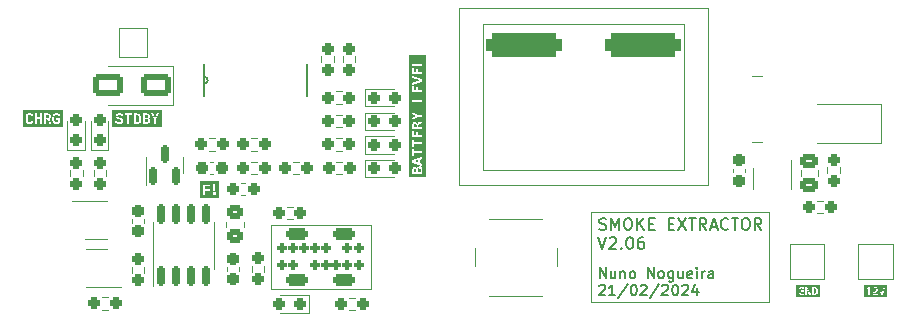
<source format=gbr>
%TF.GenerationSoftware,KiCad,Pcbnew,7.0.6-0*%
%TF.CreationDate,2024-02-21T20:03:51+01:00*%
%TF.ProjectId,smoke_extractorV1_1,736d6f6b-655f-4657-9874-726163746f72,rev?*%
%TF.SameCoordinates,Original*%
%TF.FileFunction,Legend,Top*%
%TF.FilePolarity,Positive*%
%FSLAX46Y46*%
G04 Gerber Fmt 4.6, Leading zero omitted, Abs format (unit mm)*
G04 Created by KiCad (PCBNEW 7.0.6-0) date 2024-02-21 20:03:51*
%MOMM*%
%LPD*%
G01*
G04 APERTURE LIST*
G04 Aperture macros list*
%AMRoundRect*
0 Rectangle with rounded corners*
0 $1 Rounding radius*
0 $2 $3 $4 $5 $6 $7 $8 $9 X,Y pos of 4 corners*
0 Add a 4 corners polygon primitive as box body*
4,1,4,$2,$3,$4,$5,$6,$7,$8,$9,$2,$3,0*
0 Add four circle primitives for the rounded corners*
1,1,$1+$1,$2,$3*
1,1,$1+$1,$4,$5*
1,1,$1+$1,$6,$7*
1,1,$1+$1,$8,$9*
0 Add four rect primitives between the rounded corners*
20,1,$1+$1,$2,$3,$4,$5,0*
20,1,$1+$1,$4,$5,$6,$7,0*
20,1,$1+$1,$6,$7,$8,$9,0*
20,1,$1+$1,$8,$9,$2,$3,0*%
G04 Aperture macros list end*
%ADD10C,0.120000*%
%ADD11C,0.150000*%
%ADD12C,0.152400*%
%ADD13RoundRect,0.250000X1.000000X0.650000X-1.000000X0.650000X-1.000000X-0.650000X1.000000X-0.650000X0*%
%ADD14RoundRect,0.237500X0.250000X0.237500X-0.250000X0.237500X-0.250000X-0.237500X0.250000X-0.237500X0*%
%ADD15RoundRect,0.237500X0.237500X-0.250000X0.237500X0.250000X-0.237500X0.250000X-0.237500X-0.250000X0*%
%ADD16RoundRect,0.200000X-0.200000X-0.200000X0.200000X-0.200000X0.200000X0.200000X-0.200000X0.200000X0*%
%ADD17RoundRect,0.250000X-0.700000X-0.250000X0.700000X-0.250000X0.700000X0.250000X-0.700000X0.250000X0*%
%ADD18RoundRect,0.237500X0.300000X0.237500X-0.300000X0.237500X-0.300000X-0.237500X0.300000X-0.237500X0*%
%ADD19R,2.000000X2.000000*%
%ADD20RoundRect,0.250000X-0.475000X0.337500X-0.475000X-0.337500X0.475000X-0.337500X0.475000X0.337500X0*%
%ADD21C,5.700000*%
%ADD22RoundRect,0.237500X-0.237500X0.300000X-0.237500X-0.300000X0.237500X-0.300000X0.237500X0.300000X0*%
%ADD23R,2.500000X1.800000*%
%ADD24RoundRect,0.237500X-0.287500X-0.237500X0.287500X-0.237500X0.287500X0.237500X-0.287500X0.237500X0*%
%ADD25RoundRect,0.237500X0.287500X0.237500X-0.287500X0.237500X-0.287500X-0.237500X0.287500X-0.237500X0*%
%ADD26RoundRect,0.237500X0.237500X-0.287500X0.237500X0.287500X-0.237500X0.287500X-0.237500X-0.287500X0*%
%ADD27R,0.650000X1.560000*%
%ADD28R,1.560000X0.650000*%
%ADD29RoundRect,0.150000X0.150000X-0.587500X0.150000X0.587500X-0.150000X0.587500X-0.150000X-0.587500X0*%
%ADD30RoundRect,0.250000X-0.450000X0.350000X-0.450000X-0.350000X0.450000X-0.350000X0.450000X0.350000X0*%
%ADD31RoundRect,0.237500X0.237500X-0.300000X0.237500X0.300000X-0.237500X0.300000X-0.237500X-0.300000X0*%
%ADD32RoundRect,0.237500X-0.250000X-0.237500X0.250000X-0.237500X0.250000X0.237500X-0.250000X0.237500X0*%
%ADD33RoundRect,0.500000X-2.750000X-0.500000X2.750000X-0.500000X2.750000X0.500000X-2.750000X0.500000X0*%
%ADD34RoundRect,0.237500X-0.237500X0.250000X-0.237500X-0.250000X0.237500X-0.250000X0.237500X0.250000X0*%
%ADD35RoundRect,0.150000X0.150000X-0.675000X0.150000X0.675000X-0.150000X0.675000X-0.150000X-0.675000X0*%
%ADD36C,2.000000*%
%ADD37R,0.508000X1.981200*%
%ADD38R,2.150000X5.500000*%
%ADD39R,2.500000X2.500000*%
%ADD40R,1.500000X3.000000*%
G04 APERTURE END LIST*
D10*
X115748117Y-85579058D02*
X130810000Y-85579058D01*
X130810000Y-93240941D01*
X115748117Y-93240941D01*
X115748117Y-85579058D01*
D11*
X116442969Y-91213057D02*
X116442969Y-90313057D01*
X116442969Y-90313057D02*
X116957255Y-91213057D01*
X116957255Y-91213057D02*
X116957255Y-90313057D01*
X117771541Y-90613057D02*
X117771541Y-91213057D01*
X117385826Y-90613057D02*
X117385826Y-91084485D01*
X117385826Y-91084485D02*
X117428683Y-91170200D01*
X117428683Y-91170200D02*
X117514398Y-91213057D01*
X117514398Y-91213057D02*
X117642969Y-91213057D01*
X117642969Y-91213057D02*
X117728683Y-91170200D01*
X117728683Y-91170200D02*
X117771541Y-91127342D01*
X118200112Y-90613057D02*
X118200112Y-91213057D01*
X118200112Y-90698771D02*
X118242969Y-90655914D01*
X118242969Y-90655914D02*
X118328684Y-90613057D01*
X118328684Y-90613057D02*
X118457255Y-90613057D01*
X118457255Y-90613057D02*
X118542969Y-90655914D01*
X118542969Y-90655914D02*
X118585827Y-90741628D01*
X118585827Y-90741628D02*
X118585827Y-91213057D01*
X119142970Y-91213057D02*
X119057255Y-91170200D01*
X119057255Y-91170200D02*
X119014398Y-91127342D01*
X119014398Y-91127342D02*
X118971541Y-91041628D01*
X118971541Y-91041628D02*
X118971541Y-90784485D01*
X118971541Y-90784485D02*
X119014398Y-90698771D01*
X119014398Y-90698771D02*
X119057255Y-90655914D01*
X119057255Y-90655914D02*
X119142970Y-90613057D01*
X119142970Y-90613057D02*
X119271541Y-90613057D01*
X119271541Y-90613057D02*
X119357255Y-90655914D01*
X119357255Y-90655914D02*
X119400113Y-90698771D01*
X119400113Y-90698771D02*
X119442970Y-90784485D01*
X119442970Y-90784485D02*
X119442970Y-91041628D01*
X119442970Y-91041628D02*
X119400113Y-91127342D01*
X119400113Y-91127342D02*
X119357255Y-91170200D01*
X119357255Y-91170200D02*
X119271541Y-91213057D01*
X119271541Y-91213057D02*
X119142970Y-91213057D01*
X120514398Y-91213057D02*
X120514398Y-90313057D01*
X120514398Y-90313057D02*
X121028684Y-91213057D01*
X121028684Y-91213057D02*
X121028684Y-90313057D01*
X121585827Y-91213057D02*
X121500112Y-91170200D01*
X121500112Y-91170200D02*
X121457255Y-91127342D01*
X121457255Y-91127342D02*
X121414398Y-91041628D01*
X121414398Y-91041628D02*
X121414398Y-90784485D01*
X121414398Y-90784485D02*
X121457255Y-90698771D01*
X121457255Y-90698771D02*
X121500112Y-90655914D01*
X121500112Y-90655914D02*
X121585827Y-90613057D01*
X121585827Y-90613057D02*
X121714398Y-90613057D01*
X121714398Y-90613057D02*
X121800112Y-90655914D01*
X121800112Y-90655914D02*
X121842970Y-90698771D01*
X121842970Y-90698771D02*
X121885827Y-90784485D01*
X121885827Y-90784485D02*
X121885827Y-91041628D01*
X121885827Y-91041628D02*
X121842970Y-91127342D01*
X121842970Y-91127342D02*
X121800112Y-91170200D01*
X121800112Y-91170200D02*
X121714398Y-91213057D01*
X121714398Y-91213057D02*
X121585827Y-91213057D01*
X122657256Y-90613057D02*
X122657256Y-91341628D01*
X122657256Y-91341628D02*
X122614398Y-91427342D01*
X122614398Y-91427342D02*
X122571541Y-91470200D01*
X122571541Y-91470200D02*
X122485827Y-91513057D01*
X122485827Y-91513057D02*
X122357256Y-91513057D01*
X122357256Y-91513057D02*
X122271541Y-91470200D01*
X122657256Y-91170200D02*
X122571541Y-91213057D01*
X122571541Y-91213057D02*
X122400113Y-91213057D01*
X122400113Y-91213057D02*
X122314398Y-91170200D01*
X122314398Y-91170200D02*
X122271541Y-91127342D01*
X122271541Y-91127342D02*
X122228684Y-91041628D01*
X122228684Y-91041628D02*
X122228684Y-90784485D01*
X122228684Y-90784485D02*
X122271541Y-90698771D01*
X122271541Y-90698771D02*
X122314398Y-90655914D01*
X122314398Y-90655914D02*
X122400113Y-90613057D01*
X122400113Y-90613057D02*
X122571541Y-90613057D01*
X122571541Y-90613057D02*
X122657256Y-90655914D01*
X123471542Y-90613057D02*
X123471542Y-91213057D01*
X123085827Y-90613057D02*
X123085827Y-91084485D01*
X123085827Y-91084485D02*
X123128684Y-91170200D01*
X123128684Y-91170200D02*
X123214399Y-91213057D01*
X123214399Y-91213057D02*
X123342970Y-91213057D01*
X123342970Y-91213057D02*
X123428684Y-91170200D01*
X123428684Y-91170200D02*
X123471542Y-91127342D01*
X124242970Y-91170200D02*
X124157256Y-91213057D01*
X124157256Y-91213057D02*
X123985828Y-91213057D01*
X123985828Y-91213057D02*
X123900113Y-91170200D01*
X123900113Y-91170200D02*
X123857256Y-91084485D01*
X123857256Y-91084485D02*
X123857256Y-90741628D01*
X123857256Y-90741628D02*
X123900113Y-90655914D01*
X123900113Y-90655914D02*
X123985828Y-90613057D01*
X123985828Y-90613057D02*
X124157256Y-90613057D01*
X124157256Y-90613057D02*
X124242970Y-90655914D01*
X124242970Y-90655914D02*
X124285828Y-90741628D01*
X124285828Y-90741628D02*
X124285828Y-90827342D01*
X124285828Y-90827342D02*
X123857256Y-90913057D01*
X124671542Y-91213057D02*
X124671542Y-90613057D01*
X124671542Y-90313057D02*
X124628685Y-90355914D01*
X124628685Y-90355914D02*
X124671542Y-90398771D01*
X124671542Y-90398771D02*
X124714399Y-90355914D01*
X124714399Y-90355914D02*
X124671542Y-90313057D01*
X124671542Y-90313057D02*
X124671542Y-90398771D01*
X125100113Y-91213057D02*
X125100113Y-90613057D01*
X125100113Y-90784485D02*
X125142970Y-90698771D01*
X125142970Y-90698771D02*
X125185828Y-90655914D01*
X125185828Y-90655914D02*
X125271542Y-90613057D01*
X125271542Y-90613057D02*
X125357256Y-90613057D01*
X126042971Y-91213057D02*
X126042971Y-90741628D01*
X126042971Y-90741628D02*
X126000113Y-90655914D01*
X126000113Y-90655914D02*
X125914399Y-90613057D01*
X125914399Y-90613057D02*
X125742971Y-90613057D01*
X125742971Y-90613057D02*
X125657256Y-90655914D01*
X126042971Y-91170200D02*
X125957256Y-91213057D01*
X125957256Y-91213057D02*
X125742971Y-91213057D01*
X125742971Y-91213057D02*
X125657256Y-91170200D01*
X125657256Y-91170200D02*
X125614399Y-91084485D01*
X125614399Y-91084485D02*
X125614399Y-90998771D01*
X125614399Y-90998771D02*
X125657256Y-90913057D01*
X125657256Y-90913057D02*
X125742971Y-90870200D01*
X125742971Y-90870200D02*
X125957256Y-90870200D01*
X125957256Y-90870200D02*
X126042971Y-90827342D01*
X116400112Y-91847771D02*
X116442969Y-91804914D01*
X116442969Y-91804914D02*
X116528684Y-91762057D01*
X116528684Y-91762057D02*
X116742969Y-91762057D01*
X116742969Y-91762057D02*
X116828684Y-91804914D01*
X116828684Y-91804914D02*
X116871541Y-91847771D01*
X116871541Y-91847771D02*
X116914398Y-91933485D01*
X116914398Y-91933485D02*
X116914398Y-92019200D01*
X116914398Y-92019200D02*
X116871541Y-92147771D01*
X116871541Y-92147771D02*
X116357255Y-92662057D01*
X116357255Y-92662057D02*
X116914398Y-92662057D01*
X117771541Y-92662057D02*
X117257255Y-92662057D01*
X117514398Y-92662057D02*
X117514398Y-91762057D01*
X117514398Y-91762057D02*
X117428684Y-91890628D01*
X117428684Y-91890628D02*
X117342969Y-91976342D01*
X117342969Y-91976342D02*
X117257255Y-92019200D01*
X118800112Y-91719200D02*
X118028684Y-92876342D01*
X119271541Y-91762057D02*
X119357255Y-91762057D01*
X119357255Y-91762057D02*
X119442969Y-91804914D01*
X119442969Y-91804914D02*
X119485827Y-91847771D01*
X119485827Y-91847771D02*
X119528684Y-91933485D01*
X119528684Y-91933485D02*
X119571541Y-92104914D01*
X119571541Y-92104914D02*
X119571541Y-92319200D01*
X119571541Y-92319200D02*
X119528684Y-92490628D01*
X119528684Y-92490628D02*
X119485827Y-92576342D01*
X119485827Y-92576342D02*
X119442969Y-92619200D01*
X119442969Y-92619200D02*
X119357255Y-92662057D01*
X119357255Y-92662057D02*
X119271541Y-92662057D01*
X119271541Y-92662057D02*
X119185827Y-92619200D01*
X119185827Y-92619200D02*
X119142969Y-92576342D01*
X119142969Y-92576342D02*
X119100112Y-92490628D01*
X119100112Y-92490628D02*
X119057255Y-92319200D01*
X119057255Y-92319200D02*
X119057255Y-92104914D01*
X119057255Y-92104914D02*
X119100112Y-91933485D01*
X119100112Y-91933485D02*
X119142969Y-91847771D01*
X119142969Y-91847771D02*
X119185827Y-91804914D01*
X119185827Y-91804914D02*
X119271541Y-91762057D01*
X119914398Y-91847771D02*
X119957255Y-91804914D01*
X119957255Y-91804914D02*
X120042970Y-91762057D01*
X120042970Y-91762057D02*
X120257255Y-91762057D01*
X120257255Y-91762057D02*
X120342970Y-91804914D01*
X120342970Y-91804914D02*
X120385827Y-91847771D01*
X120385827Y-91847771D02*
X120428684Y-91933485D01*
X120428684Y-91933485D02*
X120428684Y-92019200D01*
X120428684Y-92019200D02*
X120385827Y-92147771D01*
X120385827Y-92147771D02*
X119871541Y-92662057D01*
X119871541Y-92662057D02*
X120428684Y-92662057D01*
X121457255Y-91719200D02*
X120685827Y-92876342D01*
X121714398Y-91847771D02*
X121757255Y-91804914D01*
X121757255Y-91804914D02*
X121842970Y-91762057D01*
X121842970Y-91762057D02*
X122057255Y-91762057D01*
X122057255Y-91762057D02*
X122142970Y-91804914D01*
X122142970Y-91804914D02*
X122185827Y-91847771D01*
X122185827Y-91847771D02*
X122228684Y-91933485D01*
X122228684Y-91933485D02*
X122228684Y-92019200D01*
X122228684Y-92019200D02*
X122185827Y-92147771D01*
X122185827Y-92147771D02*
X121671541Y-92662057D01*
X121671541Y-92662057D02*
X122228684Y-92662057D01*
X122785827Y-91762057D02*
X122871541Y-91762057D01*
X122871541Y-91762057D02*
X122957255Y-91804914D01*
X122957255Y-91804914D02*
X123000113Y-91847771D01*
X123000113Y-91847771D02*
X123042970Y-91933485D01*
X123042970Y-91933485D02*
X123085827Y-92104914D01*
X123085827Y-92104914D02*
X123085827Y-92319200D01*
X123085827Y-92319200D02*
X123042970Y-92490628D01*
X123042970Y-92490628D02*
X123000113Y-92576342D01*
X123000113Y-92576342D02*
X122957255Y-92619200D01*
X122957255Y-92619200D02*
X122871541Y-92662057D01*
X122871541Y-92662057D02*
X122785827Y-92662057D01*
X122785827Y-92662057D02*
X122700113Y-92619200D01*
X122700113Y-92619200D02*
X122657255Y-92576342D01*
X122657255Y-92576342D02*
X122614398Y-92490628D01*
X122614398Y-92490628D02*
X122571541Y-92319200D01*
X122571541Y-92319200D02*
X122571541Y-92104914D01*
X122571541Y-92104914D02*
X122614398Y-91933485D01*
X122614398Y-91933485D02*
X122657255Y-91847771D01*
X122657255Y-91847771D02*
X122700113Y-91804914D01*
X122700113Y-91804914D02*
X122785827Y-91762057D01*
X123428684Y-91847771D02*
X123471541Y-91804914D01*
X123471541Y-91804914D02*
X123557256Y-91762057D01*
X123557256Y-91762057D02*
X123771541Y-91762057D01*
X123771541Y-91762057D02*
X123857256Y-91804914D01*
X123857256Y-91804914D02*
X123900113Y-91847771D01*
X123900113Y-91847771D02*
X123942970Y-91933485D01*
X123942970Y-91933485D02*
X123942970Y-92019200D01*
X123942970Y-92019200D02*
X123900113Y-92147771D01*
X123900113Y-92147771D02*
X123385827Y-92662057D01*
X123385827Y-92662057D02*
X123942970Y-92662057D01*
X124714399Y-92062057D02*
X124714399Y-92662057D01*
X124500113Y-91719200D02*
X124285827Y-92362057D01*
X124285827Y-92362057D02*
X124842970Y-92362057D01*
X116419160Y-87092200D02*
X116562017Y-87139819D01*
X116562017Y-87139819D02*
X116800112Y-87139819D01*
X116800112Y-87139819D02*
X116895350Y-87092200D01*
X116895350Y-87092200D02*
X116942969Y-87044580D01*
X116942969Y-87044580D02*
X116990588Y-86949342D01*
X116990588Y-86949342D02*
X116990588Y-86854104D01*
X116990588Y-86854104D02*
X116942969Y-86758866D01*
X116942969Y-86758866D02*
X116895350Y-86711247D01*
X116895350Y-86711247D02*
X116800112Y-86663628D01*
X116800112Y-86663628D02*
X116609636Y-86616009D01*
X116609636Y-86616009D02*
X116514398Y-86568390D01*
X116514398Y-86568390D02*
X116466779Y-86520771D01*
X116466779Y-86520771D02*
X116419160Y-86425533D01*
X116419160Y-86425533D02*
X116419160Y-86330295D01*
X116419160Y-86330295D02*
X116466779Y-86235057D01*
X116466779Y-86235057D02*
X116514398Y-86187438D01*
X116514398Y-86187438D02*
X116609636Y-86139819D01*
X116609636Y-86139819D02*
X116847731Y-86139819D01*
X116847731Y-86139819D02*
X116990588Y-86187438D01*
X117419160Y-87139819D02*
X117419160Y-86139819D01*
X117419160Y-86139819D02*
X117752493Y-86854104D01*
X117752493Y-86854104D02*
X118085826Y-86139819D01*
X118085826Y-86139819D02*
X118085826Y-87139819D01*
X118752493Y-86139819D02*
X118942969Y-86139819D01*
X118942969Y-86139819D02*
X119038207Y-86187438D01*
X119038207Y-86187438D02*
X119133445Y-86282676D01*
X119133445Y-86282676D02*
X119181064Y-86473152D01*
X119181064Y-86473152D02*
X119181064Y-86806485D01*
X119181064Y-86806485D02*
X119133445Y-86996961D01*
X119133445Y-86996961D02*
X119038207Y-87092200D01*
X119038207Y-87092200D02*
X118942969Y-87139819D01*
X118942969Y-87139819D02*
X118752493Y-87139819D01*
X118752493Y-87139819D02*
X118657255Y-87092200D01*
X118657255Y-87092200D02*
X118562017Y-86996961D01*
X118562017Y-86996961D02*
X118514398Y-86806485D01*
X118514398Y-86806485D02*
X118514398Y-86473152D01*
X118514398Y-86473152D02*
X118562017Y-86282676D01*
X118562017Y-86282676D02*
X118657255Y-86187438D01*
X118657255Y-86187438D02*
X118752493Y-86139819D01*
X119609636Y-87139819D02*
X119609636Y-86139819D01*
X120181064Y-87139819D02*
X119752493Y-86568390D01*
X120181064Y-86139819D02*
X119609636Y-86711247D01*
X120609636Y-86616009D02*
X120942969Y-86616009D01*
X121085826Y-87139819D02*
X120609636Y-87139819D01*
X120609636Y-87139819D02*
X120609636Y-86139819D01*
X120609636Y-86139819D02*
X121085826Y-86139819D01*
X122276303Y-86616009D02*
X122609636Y-86616009D01*
X122752493Y-87139819D02*
X122276303Y-87139819D01*
X122276303Y-87139819D02*
X122276303Y-86139819D01*
X122276303Y-86139819D02*
X122752493Y-86139819D01*
X123085827Y-86139819D02*
X123752493Y-87139819D01*
X123752493Y-86139819D02*
X123085827Y-87139819D01*
X123990589Y-86139819D02*
X124562017Y-86139819D01*
X124276303Y-87139819D02*
X124276303Y-86139819D01*
X125466779Y-87139819D02*
X125133446Y-86663628D01*
X124895351Y-87139819D02*
X124895351Y-86139819D01*
X124895351Y-86139819D02*
X125276303Y-86139819D01*
X125276303Y-86139819D02*
X125371541Y-86187438D01*
X125371541Y-86187438D02*
X125419160Y-86235057D01*
X125419160Y-86235057D02*
X125466779Y-86330295D01*
X125466779Y-86330295D02*
X125466779Y-86473152D01*
X125466779Y-86473152D02*
X125419160Y-86568390D01*
X125419160Y-86568390D02*
X125371541Y-86616009D01*
X125371541Y-86616009D02*
X125276303Y-86663628D01*
X125276303Y-86663628D02*
X124895351Y-86663628D01*
X125847732Y-86854104D02*
X126323922Y-86854104D01*
X125752494Y-87139819D02*
X126085827Y-86139819D01*
X126085827Y-86139819D02*
X126419160Y-87139819D01*
X127323922Y-87044580D02*
X127276303Y-87092200D01*
X127276303Y-87092200D02*
X127133446Y-87139819D01*
X127133446Y-87139819D02*
X127038208Y-87139819D01*
X127038208Y-87139819D02*
X126895351Y-87092200D01*
X126895351Y-87092200D02*
X126800113Y-86996961D01*
X126800113Y-86996961D02*
X126752494Y-86901723D01*
X126752494Y-86901723D02*
X126704875Y-86711247D01*
X126704875Y-86711247D02*
X126704875Y-86568390D01*
X126704875Y-86568390D02*
X126752494Y-86377914D01*
X126752494Y-86377914D02*
X126800113Y-86282676D01*
X126800113Y-86282676D02*
X126895351Y-86187438D01*
X126895351Y-86187438D02*
X127038208Y-86139819D01*
X127038208Y-86139819D02*
X127133446Y-86139819D01*
X127133446Y-86139819D02*
X127276303Y-86187438D01*
X127276303Y-86187438D02*
X127323922Y-86235057D01*
X127609637Y-86139819D02*
X128181065Y-86139819D01*
X127895351Y-87139819D02*
X127895351Y-86139819D01*
X128704875Y-86139819D02*
X128895351Y-86139819D01*
X128895351Y-86139819D02*
X128990589Y-86187438D01*
X128990589Y-86187438D02*
X129085827Y-86282676D01*
X129085827Y-86282676D02*
X129133446Y-86473152D01*
X129133446Y-86473152D02*
X129133446Y-86806485D01*
X129133446Y-86806485D02*
X129085827Y-86996961D01*
X129085827Y-86996961D02*
X128990589Y-87092200D01*
X128990589Y-87092200D02*
X128895351Y-87139819D01*
X128895351Y-87139819D02*
X128704875Y-87139819D01*
X128704875Y-87139819D02*
X128609637Y-87092200D01*
X128609637Y-87092200D02*
X128514399Y-86996961D01*
X128514399Y-86996961D02*
X128466780Y-86806485D01*
X128466780Y-86806485D02*
X128466780Y-86473152D01*
X128466780Y-86473152D02*
X128514399Y-86282676D01*
X128514399Y-86282676D02*
X128609637Y-86187438D01*
X128609637Y-86187438D02*
X128704875Y-86139819D01*
X130133446Y-87139819D02*
X129800113Y-86663628D01*
X129562018Y-87139819D02*
X129562018Y-86139819D01*
X129562018Y-86139819D02*
X129942970Y-86139819D01*
X129942970Y-86139819D02*
X130038208Y-86187438D01*
X130038208Y-86187438D02*
X130085827Y-86235057D01*
X130085827Y-86235057D02*
X130133446Y-86330295D01*
X130133446Y-86330295D02*
X130133446Y-86473152D01*
X130133446Y-86473152D02*
X130085827Y-86568390D01*
X130085827Y-86568390D02*
X130038208Y-86616009D01*
X130038208Y-86616009D02*
X129942970Y-86663628D01*
X129942970Y-86663628D02*
X129562018Y-86663628D01*
X116323922Y-87749819D02*
X116657255Y-88749819D01*
X116657255Y-88749819D02*
X116990588Y-87749819D01*
X117276303Y-87845057D02*
X117323922Y-87797438D01*
X117323922Y-87797438D02*
X117419160Y-87749819D01*
X117419160Y-87749819D02*
X117657255Y-87749819D01*
X117657255Y-87749819D02*
X117752493Y-87797438D01*
X117752493Y-87797438D02*
X117800112Y-87845057D01*
X117800112Y-87845057D02*
X117847731Y-87940295D01*
X117847731Y-87940295D02*
X117847731Y-88035533D01*
X117847731Y-88035533D02*
X117800112Y-88178390D01*
X117800112Y-88178390D02*
X117228684Y-88749819D01*
X117228684Y-88749819D02*
X117847731Y-88749819D01*
X118276303Y-88654580D02*
X118323922Y-88702200D01*
X118323922Y-88702200D02*
X118276303Y-88749819D01*
X118276303Y-88749819D02*
X118228684Y-88702200D01*
X118228684Y-88702200D02*
X118276303Y-88654580D01*
X118276303Y-88654580D02*
X118276303Y-88749819D01*
X118942969Y-87749819D02*
X119038207Y-87749819D01*
X119038207Y-87749819D02*
X119133445Y-87797438D01*
X119133445Y-87797438D02*
X119181064Y-87845057D01*
X119181064Y-87845057D02*
X119228683Y-87940295D01*
X119228683Y-87940295D02*
X119276302Y-88130771D01*
X119276302Y-88130771D02*
X119276302Y-88368866D01*
X119276302Y-88368866D02*
X119228683Y-88559342D01*
X119228683Y-88559342D02*
X119181064Y-88654580D01*
X119181064Y-88654580D02*
X119133445Y-88702200D01*
X119133445Y-88702200D02*
X119038207Y-88749819D01*
X119038207Y-88749819D02*
X118942969Y-88749819D01*
X118942969Y-88749819D02*
X118847731Y-88702200D01*
X118847731Y-88702200D02*
X118800112Y-88654580D01*
X118800112Y-88654580D02*
X118752493Y-88559342D01*
X118752493Y-88559342D02*
X118704874Y-88368866D01*
X118704874Y-88368866D02*
X118704874Y-88130771D01*
X118704874Y-88130771D02*
X118752493Y-87940295D01*
X118752493Y-87940295D02*
X118800112Y-87845057D01*
X118800112Y-87845057D02*
X118847731Y-87797438D01*
X118847731Y-87797438D02*
X118942969Y-87749819D01*
X120133445Y-87749819D02*
X119942969Y-87749819D01*
X119942969Y-87749819D02*
X119847731Y-87797438D01*
X119847731Y-87797438D02*
X119800112Y-87845057D01*
X119800112Y-87845057D02*
X119704874Y-87987914D01*
X119704874Y-87987914D02*
X119657255Y-88178390D01*
X119657255Y-88178390D02*
X119657255Y-88559342D01*
X119657255Y-88559342D02*
X119704874Y-88654580D01*
X119704874Y-88654580D02*
X119752493Y-88702200D01*
X119752493Y-88702200D02*
X119847731Y-88749819D01*
X119847731Y-88749819D02*
X120038207Y-88749819D01*
X120038207Y-88749819D02*
X120133445Y-88702200D01*
X120133445Y-88702200D02*
X120181064Y-88654580D01*
X120181064Y-88654580D02*
X120228683Y-88559342D01*
X120228683Y-88559342D02*
X120228683Y-88321247D01*
X120228683Y-88321247D02*
X120181064Y-88226009D01*
X120181064Y-88226009D02*
X120133445Y-88178390D01*
X120133445Y-88178390D02*
X120038207Y-88130771D01*
X120038207Y-88130771D02*
X119847731Y-88130771D01*
X119847731Y-88130771D02*
X119752493Y-88178390D01*
X119752493Y-88178390D02*
X119704874Y-88226009D01*
X119704874Y-88226009D02*
X119657255Y-88321247D01*
D10*
%TO.C,D5*%
X80348087Y-76546187D02*
X80348087Y-73246187D01*
X80348087Y-76546187D02*
X74838087Y-76546187D01*
X80348087Y-73246187D02*
X74838087Y-73246187D01*
%TO.C,R14*%
X94587224Y-76450100D02*
X94077776Y-76450100D01*
X94587224Y-75405100D02*
X94077776Y-75405100D01*
%TO.C,kibuzzard-65B1691E*%
G36*
X69641630Y-77405677D02*
G01*
X69703225Y-77408535D01*
X69783235Y-77434570D01*
X69804825Y-77512675D01*
X69783870Y-77611100D01*
X69705765Y-77638405D01*
X69541935Y-77638405D01*
X69541935Y-77405995D01*
X69596545Y-77404725D01*
X69641630Y-77405677D01*
G37*
G36*
X71024448Y-78408448D02*
G01*
X70759865Y-78408448D01*
X70466495Y-78408448D01*
X70014375Y-78408448D01*
X69219355Y-78408448D01*
X68180495Y-78408448D01*
X67840135Y-78408448D01*
X67575552Y-78408448D01*
X67575552Y-77701905D01*
X67840135Y-77701905D01*
X67843522Y-77809008D01*
X67853682Y-77898332D01*
X67870615Y-77969875D01*
X67911572Y-78050361D01*
X67973485Y-78103860D01*
X68028659Y-78126085D01*
X68097663Y-78139420D01*
X68180495Y-78143865D01*
X68281936Y-78138309D01*
X68357660Y-78121640D01*
X68412111Y-78091477D01*
X68449735Y-78045440D01*
X68473230Y-77980194D01*
X68485295Y-77892405D01*
X68326545Y-77892405D01*
X68285905Y-77981940D01*
X68244312Y-77999561D01*
X68180495Y-78005435D01*
X68118582Y-77998609D01*
X68072545Y-77978130D01*
X68040001Y-77941459D01*
X68018570Y-77886055D01*
X68006664Y-77807633D01*
X68002695Y-77701905D01*
X68006664Y-77594907D01*
X68018570Y-77515215D01*
X68040001Y-77458859D01*
X68072545Y-77421870D01*
X68118582Y-77401391D01*
X68180495Y-77394565D01*
X68238280Y-77400915D01*
X68277015Y-77419965D01*
X68302097Y-77456477D01*
X68318925Y-77515215D01*
X68477675Y-77515215D01*
X68467832Y-77425204D01*
X68445925Y-77358370D01*
X68409412Y-77311062D01*
X68355755Y-77279630D01*
X68309851Y-77268835D01*
X68602135Y-77268835D01*
X68602135Y-78132435D01*
X68764695Y-78132435D01*
X68764695Y-77755245D01*
X69056795Y-77755245D01*
X69056795Y-78132435D01*
X69219355Y-78132435D01*
X69380645Y-78132435D01*
X69541935Y-78132435D01*
X69541935Y-77779375D01*
X69623215Y-77779375D01*
X69690525Y-77784296D01*
X69734975Y-77799060D01*
X69780695Y-77874625D01*
X69840385Y-78132435D01*
X70014375Y-78132435D01*
X69941985Y-77863195D01*
X69920236Y-77799377D01*
X69895630Y-77757785D01*
X69816255Y-77718415D01*
X69816255Y-77706985D01*
X69836293Y-77700635D01*
X70108355Y-77700635D01*
X70111953Y-77807809D01*
X70122748Y-77897344D01*
X70140740Y-77969240D01*
X70184079Y-78050203D01*
X70249325Y-78103860D01*
X70307322Y-78126085D01*
X70379712Y-78139420D01*
X70466495Y-78143865D01*
X70544600Y-78140373D01*
X70611275Y-78129895D01*
X70678268Y-78109575D01*
X70757325Y-78076555D01*
X70757325Y-77646025D01*
X70424585Y-77646025D01*
X70424585Y-77784455D01*
X70603655Y-77784455D01*
X70603655Y-77978765D01*
X70540790Y-77998450D01*
X70462685Y-78004165D01*
X70395216Y-77997497D01*
X70345210Y-77977495D01*
X70309809Y-77941459D01*
X70286155Y-77886690D01*
X70272820Y-77809061D01*
X70268375Y-77704445D01*
X70272344Y-77597447D01*
X70284250Y-77517755D01*
X70305681Y-77461240D01*
X70338225Y-77423775D01*
X70384263Y-77402820D01*
X70446175Y-77395835D01*
X70535710Y-77405995D01*
X70583335Y-77439650D01*
X70602385Y-77507595D01*
X70759865Y-77507595D01*
X70748594Y-77419965D01*
X70724940Y-77355195D01*
X70686046Y-77309475D01*
X70629055Y-77278995D01*
X70549998Y-77261850D01*
X70444905Y-77256135D01*
X70363554Y-77260580D01*
X70295609Y-77273915D01*
X70241070Y-77296140D01*
X70179634Y-77349797D01*
X70138835Y-77430760D01*
X70121902Y-77502797D01*
X70111742Y-77592756D01*
X70108355Y-77700635D01*
X69836293Y-77700635D01*
X69906425Y-77678410D01*
X69951510Y-77621260D01*
X69964845Y-77519025D01*
X69956749Y-77432030D01*
X69932460Y-77366625D01*
X69888962Y-77319635D01*
X69823240Y-77287885D01*
X69765032Y-77274479D01*
X69692853Y-77266436D01*
X69606705Y-77263755D01*
X69531775Y-77265025D01*
X69380645Y-77270105D01*
X69380645Y-78132435D01*
X69219355Y-78132435D01*
X69219355Y-77268835D01*
X69056795Y-77268835D01*
X69056795Y-77611735D01*
X68764695Y-77611735D01*
X68764695Y-77268835D01*
X68602135Y-77268835D01*
X68309851Y-77268835D01*
X68280825Y-77262009D01*
X68180495Y-77256135D01*
X68097663Y-77260580D01*
X68028659Y-77273915D01*
X67973485Y-77296140D01*
X67911572Y-77349956D01*
X67870615Y-77431395D01*
X67853682Y-77503785D01*
X67843522Y-77593955D01*
X67840135Y-77701905D01*
X67575552Y-77701905D01*
X67575552Y-76991552D01*
X67840135Y-76991552D01*
X70759865Y-76991552D01*
X71024448Y-76991552D01*
X71024448Y-78408448D01*
G37*
%TO.C,kibuzzard-655136E2*%
G36*
X134593395Y-92074496D02*
G01*
X134638163Y-92078068D01*
X134693050Y-92088426D01*
X134733889Y-92106166D01*
X134762821Y-92133551D01*
X134781990Y-92172841D01*
X134792706Y-92226777D01*
X134796278Y-92298095D01*
X134792587Y-92373462D01*
X134781514Y-92430016D01*
X134761630Y-92470617D01*
X134731508Y-92498120D01*
X134688883Y-92514789D01*
X134631495Y-92522885D01*
X134556248Y-92520028D01*
X134556248Y-92073305D01*
X134593395Y-92074496D01*
G37*
G36*
X135117587Y-92827050D02*
G01*
X134919150Y-92827050D01*
X134602920Y-92827050D01*
X134340982Y-92827050D01*
X133549455Y-92827050D01*
X133280850Y-92827050D01*
X133082412Y-92827050D01*
X133082412Y-92296190D01*
X133280850Y-92296190D01*
X133283549Y-92376571D01*
X133291645Y-92443722D01*
X133305139Y-92497644D01*
X133337643Y-92558366D01*
X133386577Y-92598609D01*
X133430075Y-92615278D01*
X133484367Y-92625279D01*
X133549455Y-92628613D01*
X133608034Y-92625993D01*
X133658040Y-92618135D01*
X133708284Y-92602895D01*
X133767577Y-92578130D01*
X133767577Y-92255233D01*
X133518022Y-92255233D01*
X133518022Y-92359055D01*
X133652325Y-92359055D01*
X133652325Y-92504788D01*
X133605176Y-92519551D01*
X133546597Y-92523838D01*
X133495996Y-92518837D01*
X133458491Y-92503835D01*
X133431940Y-92476808D01*
X133414200Y-92435732D01*
X133404199Y-92377510D01*
X133400865Y-92299048D01*
X133403842Y-92218800D01*
X133412771Y-92159030D01*
X133428845Y-92116644D01*
X133453252Y-92088545D01*
X133487781Y-92072829D01*
X133534215Y-92067590D01*
X133601366Y-92075210D01*
X133637085Y-92100451D01*
X133651372Y-92151410D01*
X133769482Y-92151410D01*
X133761029Y-92085688D01*
X133743289Y-92037110D01*
X133714118Y-92002820D01*
X133671375Y-91979960D01*
X133636239Y-91972340D01*
X133853302Y-91972340D01*
X133853302Y-92620040D01*
X133970460Y-92620040D01*
X133970460Y-92247613D01*
X133957125Y-92112358D01*
X133959983Y-92112358D01*
X134192392Y-92620040D01*
X134340982Y-92620040D01*
X134434328Y-92620040D01*
X134496663Y-92624274D01*
X134552861Y-92626814D01*
X134602920Y-92627660D01*
X134679226Y-92624379D01*
X134743043Y-92614537D01*
X134794373Y-92598133D01*
X134852237Y-92558723D01*
X134890575Y-92499549D01*
X134906450Y-92447214D01*
X134915975Y-92382286D01*
X134919150Y-92304763D01*
X134916398Y-92230626D01*
X134908143Y-92168238D01*
X134894385Y-92117596D01*
X134860928Y-92058899D01*
X134810089Y-92017108D01*
X134764951Y-91997423D01*
X134708912Y-91982818D01*
X134641973Y-91973293D01*
X134596253Y-91969721D01*
X134544818Y-91968530D01*
X134492430Y-91969483D01*
X134434328Y-91972340D01*
X134434328Y-92620040D01*
X134340982Y-92620040D01*
X134340982Y-91972340D01*
X134223825Y-91972340D01*
X134223825Y-92344768D01*
X134237160Y-92480023D01*
X134234303Y-92480023D01*
X134001892Y-91972340D01*
X133853302Y-91972340D01*
X133636239Y-91972340D01*
X133612082Y-91967101D01*
X133533262Y-91962815D01*
X133472250Y-91966149D01*
X133421291Y-91976150D01*
X133380386Y-91992819D01*
X133334309Y-92033062D01*
X133303710Y-92093784D01*
X133291010Y-92147812D01*
X133283390Y-92215281D01*
X133280850Y-92296190D01*
X133082412Y-92296190D01*
X133082412Y-91764378D01*
X133280850Y-91764378D01*
X134919150Y-91764378D01*
X135117587Y-91764378D01*
X135117587Y-92827050D01*
G37*
%TO.C,R13*%
X94677500Y-72942224D02*
X94677500Y-72432776D01*
X95722500Y-72942224D02*
X95722500Y-72432776D01*
%TO.C,U1*%
X88579275Y-86700000D02*
X97079275Y-86700000D01*
X97079275Y-86700000D02*
X97079275Y-92100000D01*
X97079275Y-92100000D02*
X88579275Y-92100000D01*
X88579275Y-92100000D02*
X88579275Y-86700000D01*
%TO.C,R8*%
X71617500Y-82604724D02*
X71617500Y-82095276D01*
X72662500Y-82604724D02*
X72662500Y-82095276D01*
%TO.C,C2*%
X83746267Y-82397600D02*
X83453733Y-82397600D01*
X83746267Y-81377600D02*
X83453733Y-81377600D01*
%TO.C,TP2*%
X75725000Y-70050000D02*
X78125000Y-70050000D01*
X75725000Y-72450000D02*
X75725000Y-70050000D01*
X78125000Y-70050000D02*
X78125000Y-72450000D01*
X78125000Y-72450000D02*
X75725000Y-72450000D01*
%TO.C,C8*%
X134935000Y-82038748D02*
X134935000Y-82561252D01*
X133465000Y-82038748D02*
X133465000Y-82561252D01*
%TO.C,C1*%
X77860381Y-86228733D02*
X77860381Y-86521267D01*
X76840381Y-86228733D02*
X76840381Y-86521267D01*
%TO.C,D10*%
X140249139Y-79750000D02*
X140249139Y-76450000D01*
X140249139Y-79750000D02*
X134849139Y-79750000D01*
X140249139Y-76450000D02*
X134849139Y-76450000D01*
%TO.C,D2*%
X96585000Y-79192600D02*
X96585000Y-80662600D01*
X96585000Y-80662600D02*
X99045000Y-80662600D01*
X99045000Y-79192600D02*
X96585000Y-79192600D01*
%TO.C,D1*%
X91847500Y-94135000D02*
X91847500Y-92665000D01*
X91847500Y-92665000D02*
X89387500Y-92665000D01*
X89387500Y-94135000D02*
X91847500Y-94135000D01*
%TO.C,kibuzzard-655136D6*%
G36*
X140805205Y-92827050D02*
G01*
X140606768Y-92827050D01*
X140414363Y-92827050D01*
X139992405Y-92827050D01*
X139316130Y-92827050D01*
X138993232Y-92827050D01*
X138794795Y-92827050D01*
X138794795Y-92250470D01*
X138993232Y-92250470D01*
X139164682Y-92144742D01*
X139201830Y-92114262D01*
X139198020Y-92173317D01*
X139198020Y-92628613D01*
X139316130Y-92628613D01*
X139316130Y-92161887D01*
X139532347Y-92161887D01*
X139654267Y-92161887D01*
X139667603Y-92109024D01*
X139700464Y-92082354D01*
X139762852Y-92074257D01*
X139824765Y-92081877D01*
X139855721Y-92107119D01*
X139864770Y-92158077D01*
X139858103Y-92201892D01*
X139833337Y-92238087D01*
X139790237Y-92278331D01*
X139735230Y-92324765D01*
X139700583Y-92352507D01*
X139657601Y-92386201D01*
X139606285Y-92425849D01*
X139546635Y-92471450D01*
X139546635Y-92628613D01*
X139992405Y-92628613D01*
X139992405Y-92521933D01*
X139669507Y-92521933D01*
X139669507Y-92513360D01*
X139726075Y-92473249D01*
X139773859Y-92438007D01*
X139812859Y-92407632D01*
X139864413Y-92363579D01*
X139915253Y-92315240D01*
X139948828Y-92277140D01*
X139969545Y-92242850D01*
X139980261Y-92205941D01*
X139983833Y-92159982D01*
X139978832Y-92094141D01*
X139963830Y-92045206D01*
X139937041Y-92010678D01*
X139896679Y-91988056D01*
X139863951Y-91980912D01*
X140072415Y-91980912D01*
X140264820Y-92628613D01*
X140414363Y-92628613D01*
X140606768Y-91980912D01*
X140482943Y-91980912D01*
X140341973Y-92485737D01*
X140337210Y-92485737D01*
X140196240Y-91980912D01*
X140072415Y-91980912D01*
X139863951Y-91980912D01*
X139839410Y-91975555D01*
X139761900Y-91971387D01*
X139684867Y-91975674D01*
X139627121Y-91988532D01*
X139585688Y-92011512D01*
X139557589Y-92046159D01*
X139540563Y-92095332D01*
X139532347Y-92161887D01*
X139316130Y-92161887D01*
X139316130Y-91980912D01*
X139198020Y-91980912D01*
X138993232Y-92124740D01*
X138993232Y-92250470D01*
X138794795Y-92250470D01*
X138794795Y-91772950D01*
X138993232Y-91772950D01*
X140606768Y-91772950D01*
X140805205Y-91772950D01*
X140805205Y-92827050D01*
G37*
%TO.C,D7*%
X71365000Y-80335000D02*
X72835000Y-80335000D01*
X72835000Y-80335000D02*
X72835000Y-77875000D01*
X71365000Y-77875000D02*
X71365000Y-80335000D01*
%TO.C,U7*%
X129440000Y-81900000D02*
X129440000Y-83700000D01*
X132660000Y-83700000D02*
X132660000Y-81250000D01*
%TO.C,R15*%
X73617500Y-82604724D02*
X73617500Y-82095276D01*
X74662500Y-82604724D02*
X74662500Y-82095276D01*
%TO.C,C7*%
X85870587Y-90303733D02*
X85870587Y-90596267D01*
X84850587Y-90303733D02*
X84850587Y-90596267D01*
%TO.C,IC1*%
X74725000Y-88781253D02*
X72925000Y-88781253D01*
X72925000Y-92001253D02*
X75875000Y-92001253D01*
%TO.C,Q1*%
X78044077Y-81648299D02*
X78044077Y-83323299D01*
X78044077Y-81648299D02*
X78044077Y-80998299D01*
X81164077Y-81648299D02*
X81164077Y-82298299D01*
X81164077Y-81648299D02*
X81164077Y-80998299D01*
%TO.C,U8*%
X72889032Y-87891971D02*
X74689032Y-87891971D01*
X74689032Y-84671971D02*
X71739032Y-84671971D01*
%TO.C,kibuzzard-65B168C9*%
G36*
X101086995Y-81422395D02*
G01*
X100723775Y-81324605D01*
X100723775Y-81322065D01*
X101086995Y-81224275D01*
X101086995Y-81422395D01*
G37*
G36*
X100890780Y-81969130D02*
G01*
X100914275Y-82043425D01*
X100914275Y-82221225D01*
X100698375Y-82221225D01*
X100698375Y-82179315D01*
X100702185Y-82073905D01*
X100712663Y-82013104D01*
X100731395Y-81975480D01*
X100811405Y-81949445D01*
X100890780Y-81969130D01*
G37*
G36*
X100908560Y-78164210D02*
G01*
X100935865Y-78242315D01*
X100935865Y-78406145D01*
X100703455Y-78406145D01*
X100702185Y-78351535D01*
X100703137Y-78306450D01*
X100705995Y-78244855D01*
X100732030Y-78164845D01*
X100810135Y-78143255D01*
X100908560Y-78164210D01*
G37*
G36*
X101252730Y-81932935D02*
G01*
X101289560Y-81991990D01*
X101297656Y-82042314D01*
X101300355Y-82110735D01*
X101299720Y-82163758D01*
X101297815Y-82221225D01*
X101053975Y-82221225D01*
X101053975Y-82075175D01*
X101064770Y-81978020D01*
X101102235Y-81929760D01*
X101178435Y-81915155D01*
X101252730Y-81932935D01*
G37*
G36*
X101704638Y-73401075D02*
G01*
X101704638Y-74366275D01*
X101704638Y-74925075D01*
X101704638Y-75666755D01*
X101704638Y-77432055D01*
X101704638Y-77933705D01*
X101704638Y-78735075D01*
X101704638Y-79718055D01*
X101704638Y-80480055D01*
X101704638Y-80962655D01*
X101704638Y-82132325D01*
X101704638Y-82381245D01*
X101704638Y-82645828D01*
X100295362Y-82645828D01*
X100295362Y-82381245D01*
X100295362Y-82172107D01*
X100560064Y-82172107D01*
X100563755Y-82381245D01*
X101427355Y-82381245D01*
X101434411Y-82292627D01*
X101438644Y-82209654D01*
X101440055Y-82132325D01*
X101437586Y-82040109D01*
X101430177Y-81963274D01*
X101417830Y-81901820D01*
X101387826Y-81832764D01*
X101342265Y-81786885D01*
X101277495Y-81761168D01*
X101189865Y-81752595D01*
X101127317Y-81755929D01*
X101079375Y-81765930D01*
X101015875Y-81811650D01*
X100982855Y-81903725D01*
X100975235Y-81903725D01*
X100955232Y-81848956D01*
X100923165Y-81814190D01*
X100873317Y-81795616D01*
X100799975Y-81789425D01*
X100716631Y-81798156D01*
X100654560Y-81824350D01*
X100610586Y-81871181D01*
X100581535Y-81941825D01*
X100569541Y-82004619D01*
X100562344Y-82082936D01*
X100560064Y-82172107D01*
X100295362Y-82172107D01*
X100295362Y-81426205D01*
X100566295Y-81426205D01*
X101429895Y-81684015D01*
X101429895Y-81522725D01*
X101222885Y-81460495D01*
X101222885Y-81186175D01*
X101429895Y-81123945D01*
X101429895Y-80962655D01*
X100566295Y-81220465D01*
X100566295Y-81426205D01*
X100295362Y-81426205D01*
X100295362Y-80873755D01*
X100566295Y-80873755D01*
X100711075Y-80873755D01*
X100711075Y-80642615D01*
X101429895Y-80642615D01*
X101429895Y-80480055D01*
X100711075Y-80480055D01*
X100711075Y-80248915D01*
X100566295Y-80248915D01*
X100566295Y-80873755D01*
X100295362Y-80873755D01*
X100295362Y-80111755D01*
X100566295Y-80111755D01*
X100711075Y-80111755D01*
X100711075Y-79880615D01*
X101429895Y-79880615D01*
X101429895Y-79718055D01*
X100711075Y-79718055D01*
X100711075Y-79486915D01*
X100566295Y-79486915D01*
X100566295Y-80111755D01*
X100295362Y-80111755D01*
X100295362Y-79296415D01*
X100566295Y-79296415D01*
X101429895Y-79296415D01*
X101429895Y-78735075D01*
X101290195Y-78735075D01*
X101290195Y-79133855D01*
X101051435Y-79133855D01*
X101051435Y-78811275D01*
X100911735Y-78811275D01*
X100911735Y-79133855D01*
X100705995Y-79133855D01*
X100705995Y-78760475D01*
X100566295Y-78760475D01*
X100566295Y-79296415D01*
X100295362Y-79296415D01*
X100295362Y-78341375D01*
X100561215Y-78341375D01*
X100562485Y-78416305D01*
X100567565Y-78567435D01*
X101429895Y-78567435D01*
X101429895Y-78406145D01*
X101076835Y-78406145D01*
X101076835Y-78324865D01*
X101081756Y-78257555D01*
X101096520Y-78213105D01*
X101172085Y-78167385D01*
X101429895Y-78107695D01*
X101429895Y-77933705D01*
X101160655Y-78006095D01*
X101096838Y-78027844D01*
X101055245Y-78052450D01*
X101015875Y-78131825D01*
X101004445Y-78131825D01*
X100975870Y-78041655D01*
X100918720Y-77996570D01*
X100816485Y-77983235D01*
X100729490Y-77991331D01*
X100664085Y-78015620D01*
X100617095Y-78059118D01*
X100585345Y-78124840D01*
X100571939Y-78183048D01*
X100563896Y-78255227D01*
X100561215Y-78341375D01*
X100295362Y-78341375D01*
X100295362Y-77852425D01*
X100563755Y-77852425D01*
X101078105Y-77594615D01*
X101429895Y-77594615D01*
X101429895Y-77432055D01*
X101078105Y-77432055D01*
X100563755Y-77172975D01*
X100563755Y-77346965D01*
X100918085Y-77509525D01*
X100918085Y-77515875D01*
X100563755Y-77677165D01*
X100563755Y-77852425D01*
X100295362Y-77852425D01*
X100295362Y-76266195D01*
X100566295Y-76266195D01*
X101428625Y-76266195D01*
X101428625Y-75666755D01*
X101286385Y-75666755D01*
X101286385Y-76103635D01*
X100566295Y-76103635D01*
X100566295Y-76266195D01*
X100295362Y-76266195D01*
X100295362Y-75486415D01*
X100566295Y-75486415D01*
X101429895Y-75486415D01*
X101429895Y-74925075D01*
X101290195Y-74925075D01*
X101290195Y-75323855D01*
X101051435Y-75323855D01*
X101051435Y-75001275D01*
X100911735Y-75001275D01*
X100911735Y-75323855D01*
X100705995Y-75323855D01*
X100705995Y-74950475D01*
X100566295Y-74950475D01*
X100566295Y-75486415D01*
X100295362Y-75486415D01*
X100295362Y-74822205D01*
X100566295Y-74822205D01*
X101429895Y-74565665D01*
X101429895Y-74366275D01*
X100566295Y-74109735D01*
X100566295Y-74274835D01*
X101239395Y-74462795D01*
X101239395Y-74469145D01*
X100566295Y-74657105D01*
X100566295Y-74822205D01*
X100295362Y-74822205D01*
X100295362Y-73962415D01*
X100566295Y-73962415D01*
X101429895Y-73962415D01*
X101429895Y-73401075D01*
X101290195Y-73401075D01*
X101290195Y-73799855D01*
X101051435Y-73799855D01*
X101051435Y-73477275D01*
X100911735Y-73477275D01*
X100911735Y-73799855D01*
X100705995Y-73799855D01*
X100705995Y-73426475D01*
X100566295Y-73426475D01*
X100566295Y-73962415D01*
X100295362Y-73962415D01*
X100295362Y-73218195D01*
X100566295Y-73218195D01*
X101428625Y-73218195D01*
X101428625Y-72618755D01*
X101286385Y-72618755D01*
X101286385Y-73055635D01*
X100566295Y-73055635D01*
X100566295Y-73218195D01*
X100295362Y-73218195D01*
X100295362Y-72618755D01*
X100295362Y-72354172D01*
X101704638Y-72354172D01*
X101704638Y-72618755D01*
X101704638Y-73401075D01*
G37*
%TO.C,D3*%
X96585000Y-77192600D02*
X96585000Y-78662600D01*
X96585000Y-78662600D02*
X99045000Y-78662600D01*
X99045000Y-77192600D02*
X96585000Y-77192600D01*
%TO.C,R20*%
X86310000Y-86421564D02*
X86310000Y-86875692D01*
X84840000Y-86421564D02*
X84840000Y-86875692D01*
%TO.C,R7*%
X92890000Y-72942224D02*
X92890000Y-72432776D01*
X93935000Y-72942224D02*
X93935000Y-72432776D01*
%TO.C,C6*%
X127690000Y-82233767D02*
X127690000Y-81941233D01*
X128710000Y-82233767D02*
X128710000Y-81941233D01*
%TO.C,D9*%
X96585000Y-81192600D02*
X96585000Y-82662600D01*
X96585000Y-82662600D02*
X99045000Y-82662600D01*
X99045000Y-81192600D02*
X96585000Y-81192600D01*
%TO.C,R5*%
X86901526Y-79365100D02*
X87410974Y-79365100D01*
X86901526Y-80410100D02*
X87410974Y-80410100D01*
%TO.C,U2*%
X104572322Y-83355000D02*
X125572322Y-83355000D01*
X125572322Y-83355000D02*
X125572322Y-68355000D01*
X125572322Y-68355000D02*
X104572322Y-68355000D01*
X104572322Y-68355000D02*
X104572322Y-83355000D01*
X123572322Y-82055000D02*
X106572322Y-82055000D01*
X106572322Y-82055000D02*
X106572322Y-69655000D01*
X106572322Y-69655000D02*
X123572322Y-69655000D01*
X123572322Y-69655000D02*
X123572322Y-82055000D01*
%TO.C,D8*%
X73365000Y-80335000D02*
X74835000Y-80335000D01*
X74835000Y-80335000D02*
X74835000Y-77875000D01*
X73365000Y-77875000D02*
X73365000Y-80335000D01*
%TO.C,R3*%
X86901526Y-81365100D02*
X87410974Y-81365100D01*
X86901526Y-82410100D02*
X87410974Y-82410100D01*
%TO.C,R21*%
X136772500Y-81845276D02*
X136772500Y-82354724D01*
X135727500Y-81845276D02*
X135727500Y-82354724D01*
%TO.C,U5*%
X78650000Y-88448628D02*
X78650000Y-91898628D01*
X78650000Y-88448628D02*
X78650000Y-86498628D01*
X83770000Y-88448628D02*
X83770000Y-90398628D01*
X83770000Y-88448628D02*
X83770000Y-86498628D01*
%TO.C,R16*%
X76852500Y-90742224D02*
X76852500Y-90232776D01*
X77897500Y-90742224D02*
X77897500Y-90232776D01*
%TO.C,SW1*%
X112850000Y-90200000D02*
X112850000Y-88700000D01*
X111600000Y-86200000D02*
X107100000Y-86200000D01*
X107100000Y-92700000D02*
X111600000Y-92700000D01*
X105850000Y-88700000D02*
X105850000Y-90200000D01*
%TO.C,R11*%
X94587224Y-80410100D02*
X94077776Y-80410100D01*
X94587224Y-79365100D02*
X94077776Y-79365100D01*
%TO.C,R22*%
X135354724Y-85722500D02*
X134845276Y-85722500D01*
X135354724Y-84677500D02*
X134845276Y-84677500D01*
%TO.C,R4*%
X83345276Y-79365100D02*
X83854724Y-79365100D01*
X83345276Y-80410100D02*
X83854724Y-80410100D01*
%TO.C,R9*%
X95232776Y-92877500D02*
X95742224Y-92877500D01*
X95232776Y-93922500D02*
X95742224Y-93922500D01*
%TO.C,D4*%
X96585000Y-75192600D02*
X96585000Y-76662600D01*
X96585000Y-76662600D02*
X99045000Y-76662600D01*
X99045000Y-75192600D02*
X96585000Y-75192600D01*
%TO.C,kibuzzard-65B1692F*%
G36*
X78068985Y-77404725D02*
G01*
X78129786Y-77415202D01*
X78167410Y-77433935D01*
X78193445Y-77513945D01*
X78173760Y-77593320D01*
X78099465Y-77616815D01*
X77921665Y-77616815D01*
X77921665Y-77400915D01*
X77963575Y-77400915D01*
X78068985Y-77404725D01*
G37*
G36*
X78164870Y-77767310D02*
G01*
X78213130Y-77804775D01*
X78227735Y-77880975D01*
X78209955Y-77955270D01*
X78150900Y-77992100D01*
X78100576Y-78000196D01*
X78032155Y-78002895D01*
X77979133Y-78002260D01*
X77921665Y-78000355D01*
X77921665Y-77756515D01*
X78067715Y-77756515D01*
X78164870Y-77767310D01*
G37*
G36*
X77195225Y-77405042D02*
G01*
X77254915Y-77409805D01*
X77328099Y-77423616D01*
X77382550Y-77447270D01*
X77421126Y-77483782D01*
X77446685Y-77536170D01*
X77460973Y-77608084D01*
X77465735Y-77703175D01*
X77460814Y-77803664D01*
X77446050Y-77879070D01*
X77419539Y-77933204D01*
X77379375Y-77969875D01*
X77322543Y-77992100D01*
X77246025Y-78002895D01*
X77145695Y-77999085D01*
X77145695Y-77403455D01*
X77195225Y-77405042D01*
G37*
G36*
X79424498Y-78408448D02*
G01*
X79159915Y-78408448D01*
X78900835Y-78408448D01*
X78010565Y-78408448D01*
X77207925Y-78408448D01*
X76614835Y-78408448D01*
X75774095Y-78408448D01*
X75440085Y-78408448D01*
X75175502Y-78408448D01*
X75175502Y-77872085D01*
X75443895Y-77872085D01*
X75448340Y-77966700D01*
X75469295Y-78037185D01*
X75509141Y-78087032D01*
X75570260Y-78119735D01*
X75657096Y-78137832D01*
X75774095Y-78143865D01*
X75887601Y-78138468D01*
X75971580Y-78122275D01*
X76030794Y-78093065D01*
X76070005Y-78048615D01*
X76091912Y-77985750D01*
X76099215Y-77901295D01*
X76093183Y-77831921D01*
X76075085Y-77776200D01*
X76042859Y-77730956D01*
X75994440Y-77693015D01*
X75926019Y-77659042D01*
X75833785Y-77625705D01*
X75727264Y-77589034D01*
X75659160Y-77557760D01*
X75610265Y-77492355D01*
X75624235Y-77432665D01*
X75670590Y-77403455D01*
X75763935Y-77394565D01*
X75854740Y-77404090D01*
X75901730Y-77435840D01*
X75920145Y-77499975D01*
X76081435Y-77499975D01*
X76075085Y-77414567D01*
X76053495Y-77351385D01*
X76014919Y-77306935D01*
X75957610Y-77277725D01*
X75913423Y-77268835D01*
X76221135Y-77268835D01*
X76221135Y-77413615D01*
X76452275Y-77413615D01*
X76452275Y-78132435D01*
X76614835Y-78132435D01*
X76983135Y-78132435D01*
X77066249Y-78138079D01*
X77141179Y-78141466D01*
X77207925Y-78142595D01*
X77309666Y-78138221D01*
X77363648Y-78129895D01*
X77761645Y-78129895D01*
X77850263Y-78136951D01*
X77933236Y-78141184D01*
X78010565Y-78142595D01*
X78102781Y-78140126D01*
X78179616Y-78132717D01*
X78241070Y-78120370D01*
X78310126Y-78090366D01*
X78356005Y-78044805D01*
X78381723Y-77980035D01*
X78390295Y-77892405D01*
X78386961Y-77829857D01*
X78376960Y-77781915D01*
X78331240Y-77718415D01*
X78239165Y-77685395D01*
X78239165Y-77677775D01*
X78293934Y-77657772D01*
X78328700Y-77625705D01*
X78347274Y-77575857D01*
X78353465Y-77502515D01*
X78344734Y-77419171D01*
X78318540Y-77357100D01*
X78271709Y-77313126D01*
X78201065Y-77284075D01*
X78138271Y-77272081D01*
X78075308Y-77266295D01*
X78480465Y-77266295D01*
X78738275Y-77780645D01*
X78738275Y-78132435D01*
X78900835Y-78132435D01*
X78900835Y-77780645D01*
X79159915Y-77266295D01*
X78985925Y-77266295D01*
X78823365Y-77620625D01*
X78817015Y-77620625D01*
X78655725Y-77266295D01*
X78480465Y-77266295D01*
X78075308Y-77266295D01*
X78059954Y-77264884D01*
X77970782Y-77262604D01*
X77761645Y-77266295D01*
X77761645Y-78129895D01*
X77363648Y-78129895D01*
X77394756Y-78125097D01*
X77463195Y-78103225D01*
X77540348Y-78050679D01*
X77591465Y-77971780D01*
X77612632Y-77902001D01*
X77625332Y-77815429D01*
X77629565Y-77712065D01*
X77625896Y-77613217D01*
X77614889Y-77530032D01*
X77596545Y-77462510D01*
X77551936Y-77384246D01*
X77484150Y-77328525D01*
X77423966Y-77302278D01*
X77349248Y-77282805D01*
X77259995Y-77270105D01*
X77199035Y-77265342D01*
X77130455Y-77263755D01*
X77060605Y-77265025D01*
X76983135Y-77268835D01*
X76983135Y-78132435D01*
X76614835Y-78132435D01*
X76614835Y-77413615D01*
X76845975Y-77413615D01*
X76845975Y-77268835D01*
X76221135Y-77268835D01*
X75913423Y-77268835D01*
X75877124Y-77261532D01*
X75769015Y-77256135D01*
X75658684Y-77261374D01*
X75576610Y-77277090D01*
X75518507Y-77305189D01*
X75480090Y-77347575D01*
X75458659Y-77407265D01*
X75451515Y-77487275D01*
X75457548Y-77549822D01*
X75475645Y-77600305D01*
X75508189Y-77641739D01*
X75557560Y-77677140D01*
X75627569Y-77709366D01*
X75722025Y-77741275D01*
X75797431Y-77765881D01*
X75853470Y-77788900D01*
X75920145Y-77837795D01*
X75940465Y-77902565D01*
X75926495Y-77965430D01*
X75878870Y-77996545D01*
X75784255Y-78005435D01*
X75722501Y-78002577D01*
X75676940Y-77994005D01*
X75622965Y-77954000D01*
X75602645Y-77872085D01*
X75443895Y-77872085D01*
X75175502Y-77872085D01*
X75175502Y-76991552D01*
X75440085Y-76991552D01*
X79159915Y-76991552D01*
X79424498Y-76991552D01*
X79424498Y-78408448D01*
G37*
%TO.C,kibuzzard-65B169C7*%
G36*
X84191633Y-84428768D02*
G01*
X83927050Y-84428768D01*
X83035510Y-84428768D01*
X82872950Y-84428768D01*
X82608367Y-84428768D01*
X82608367Y-83300585D01*
X82872950Y-83300585D01*
X82872950Y-84164185D01*
X83035510Y-84164185D01*
X83035510Y-84146405D01*
X83709880Y-84146405D01*
X83927050Y-84146405D01*
X83927050Y-83936855D01*
X83874980Y-83936855D01*
X83709880Y-83936855D01*
X83709880Y-84146405D01*
X83035510Y-84146405D01*
X83035510Y-83803505D01*
X83408890Y-83803505D01*
X83408890Y-83661265D01*
X83035510Y-83661265D01*
X83035510Y-83444095D01*
X83459690Y-83444095D01*
X83459690Y-83300585D01*
X82872950Y-83300585D01*
X82608367Y-83300585D01*
X82608367Y-83235815D01*
X83739090Y-83235815D01*
X83739090Y-83639675D01*
X83758140Y-83887325D01*
X83874980Y-83887325D01*
X83894030Y-83639675D01*
X83894030Y-83235815D01*
X83739090Y-83235815D01*
X82608367Y-83235815D01*
X82608367Y-82971232D01*
X82872950Y-82971232D01*
X83927050Y-82971232D01*
X84191633Y-82971232D01*
X84191633Y-84428768D01*
G37*
%TO.C,R10*%
X90442224Y-86222500D02*
X89932776Y-86222500D01*
X90442224Y-85177500D02*
X89932776Y-85177500D01*
%TO.C,R1*%
X94145276Y-81365100D02*
X94654724Y-81365100D01*
X94145276Y-82410100D02*
X94654724Y-82410100D01*
%TO.C,R12*%
X94587224Y-78450100D02*
X94077776Y-78450100D01*
X94587224Y-77405100D02*
X94077776Y-77405100D01*
D12*
%TO.C,U3*%
X91678800Y-75810000D02*
X91678800Y-73117600D01*
X82941200Y-74768600D02*
X82941200Y-75810000D01*
X82941200Y-74159000D02*
X82941200Y-74768600D01*
X82941200Y-73117600D02*
X82941200Y-74159000D01*
X82941200Y-74768600D02*
G75*
G03*
X82941200Y-74159000I0J304800D01*
G01*
D10*
%TO.C,L1*%
X129350000Y-74100000D02*
X130150000Y-74100000D01*
X129350000Y-79700000D02*
X130150000Y-79700000D01*
%TO.C,J2*%
X132550000Y-88350000D02*
X135450000Y-88350000D01*
X132550000Y-91250000D02*
X132550000Y-88350000D01*
X135450000Y-88350000D02*
X135450000Y-91250000D01*
X135450000Y-91250000D02*
X132550000Y-91250000D01*
%TO.C,F1*%
X86446267Y-84210000D02*
X86103733Y-84210000D01*
X86446267Y-83190000D02*
X86103733Y-83190000D01*
%TO.C,J1*%
X141250000Y-88350000D02*
X141250000Y-91250000D01*
X138350000Y-88350000D02*
X141250000Y-88350000D01*
X141250000Y-91250000D02*
X138350000Y-91250000D01*
X138350000Y-91250000D02*
X138350000Y-88350000D01*
%TO.C,R2*%
X90967224Y-82410100D02*
X90457776Y-82410100D01*
X90967224Y-81365100D02*
X90457776Y-81365100D01*
%TO.C,R18*%
X88022500Y-90157776D02*
X88022500Y-90667224D01*
X86977500Y-90157776D02*
X86977500Y-90667224D01*
%TO.C,R6*%
X74320276Y-92837500D02*
X74829724Y-92837500D01*
X74320276Y-93882500D02*
X74829724Y-93882500D01*
%TD*%
%LPC*%
D13*
%TO.C,D5*%
X78838087Y-74896187D03*
X74838087Y-74896187D03*
%TD*%
D14*
%TO.C,R14*%
X95245000Y-75927600D03*
X93420000Y-75927600D03*
%TD*%
D15*
%TO.C,R13*%
X95200000Y-73600000D03*
X95200000Y-71775000D03*
%TD*%
D16*
%TO.C,U1*%
X89529275Y-88700000D03*
X89529275Y-90100000D03*
D17*
X90779275Y-87450000D03*
X90779275Y-91350000D03*
X94779275Y-87450000D03*
X94779275Y-91350000D03*
D16*
X96029275Y-88700000D03*
X96029275Y-90100000D03*
X90479275Y-88700000D03*
X90479275Y-90100000D03*
X95079275Y-88700000D03*
X95079275Y-90100000D03*
X91429275Y-88700000D03*
X94129275Y-90100000D03*
X92329275Y-88700000D03*
X93229275Y-90100000D03*
X92329275Y-90100000D03*
X93229275Y-88700000D03*
%TD*%
D15*
%TO.C,R8*%
X72140000Y-83262500D03*
X72140000Y-81437500D03*
%TD*%
D18*
%TO.C,C2*%
X84462500Y-81887600D03*
X82737500Y-81887600D03*
%TD*%
D19*
%TO.C,TP2*%
X76925000Y-71250000D03*
%TD*%
D20*
%TO.C,C8*%
X134200000Y-81262500D03*
X134200000Y-83337500D03*
%TD*%
D21*
%TO.C,H2*%
X67400000Y-69400000D03*
%TD*%
D22*
%TO.C,C1*%
X77350381Y-85512500D03*
X77350381Y-87237500D03*
%TD*%
D23*
%TO.C,D10*%
X138849139Y-78100000D03*
X134849139Y-78100000D03*
%TD*%
D24*
%TO.C,D2*%
X97370000Y-79927600D03*
X99120000Y-79927600D03*
%TD*%
D25*
%TO.C,D1*%
X91062500Y-93400000D03*
X89312500Y-93400000D03*
%TD*%
D26*
%TO.C,D7*%
X72100000Y-79550000D03*
X72100000Y-77800000D03*
%TD*%
D27*
%TO.C,U7*%
X132000000Y-81450000D03*
X131050000Y-81450000D03*
X130100000Y-81450000D03*
X130100000Y-84150000D03*
X132000000Y-84150000D03*
%TD*%
D15*
%TO.C,R15*%
X74140000Y-83262500D03*
X74140000Y-81437500D03*
%TD*%
D22*
%TO.C,C7*%
X85360587Y-89587500D03*
X85360587Y-91312500D03*
%TD*%
D28*
%TO.C,IC1*%
X75175000Y-91341253D03*
X75175000Y-90391253D03*
X75175000Y-89441253D03*
X72475000Y-89441253D03*
X72475000Y-90391253D03*
X72475000Y-91341253D03*
%TD*%
D29*
%TO.C,Q1*%
X78654077Y-82585799D03*
X80554077Y-82585799D03*
X79604077Y-80710799D03*
%TD*%
D28*
%TO.C,U8*%
X72439032Y-85331971D03*
X72439032Y-86281971D03*
X72439032Y-87231971D03*
X75139032Y-87231971D03*
X75139032Y-86281971D03*
X75139032Y-85331971D03*
%TD*%
D24*
%TO.C,D3*%
X97370000Y-77927600D03*
X99120000Y-77927600D03*
%TD*%
D30*
%TO.C,R20*%
X85575000Y-85648628D03*
X85575000Y-87648628D03*
%TD*%
D15*
%TO.C,R7*%
X93412500Y-73600000D03*
X93412500Y-71775000D03*
%TD*%
D31*
%TO.C,C6*%
X128200000Y-82950000D03*
X128200000Y-81225000D03*
%TD*%
D24*
%TO.C,D9*%
X97370000Y-81927600D03*
X99120000Y-81927600D03*
%TD*%
D21*
%TO.C,H1*%
X140400000Y-69400000D03*
%TD*%
D32*
%TO.C,R5*%
X86243750Y-79887600D03*
X88068750Y-79887600D03*
%TD*%
D33*
%TO.C,U2*%
X110072322Y-71455000D03*
X120072322Y-71455000D03*
%TD*%
D26*
%TO.C,D8*%
X74100000Y-79550000D03*
X74100000Y-77800000D03*
%TD*%
D32*
%TO.C,R3*%
X86243750Y-81887600D03*
X88068750Y-81887600D03*
%TD*%
D34*
%TO.C,R21*%
X136250000Y-81187500D03*
X136250000Y-83012500D03*
%TD*%
D35*
%TO.C,U5*%
X79305000Y-91073628D03*
X80575000Y-91073628D03*
X81845000Y-91073628D03*
X83115000Y-91073628D03*
X83115000Y-85823628D03*
X81845000Y-85823628D03*
X80575000Y-85823628D03*
X79305000Y-85823628D03*
%TD*%
D15*
%TO.C,R16*%
X77375000Y-91400000D03*
X77375000Y-89575000D03*
%TD*%
D36*
%TO.C,SW1*%
X112600000Y-91700000D03*
X106100000Y-91700000D03*
X112600000Y-87200000D03*
X106100000Y-87200000D03*
%TD*%
D14*
%TO.C,R11*%
X95245000Y-79887600D03*
X93420000Y-79887600D03*
%TD*%
%TO.C,R22*%
X136012500Y-85200000D03*
X134187500Y-85200000D03*
%TD*%
D32*
%TO.C,R4*%
X82687500Y-79887600D03*
X84512500Y-79887600D03*
%TD*%
%TO.C,R9*%
X94575000Y-93400000D03*
X96400000Y-93400000D03*
%TD*%
D24*
%TO.C,D4*%
X97370000Y-75927600D03*
X99120000Y-75927600D03*
%TD*%
D14*
%TO.C,R10*%
X91100000Y-85700000D03*
X89275000Y-85700000D03*
%TD*%
D32*
%TO.C,R1*%
X93487500Y-81887600D03*
X95312500Y-81887600D03*
%TD*%
D14*
%TO.C,R12*%
X95245000Y-77927600D03*
X93420000Y-77927600D03*
%TD*%
D37*
%TO.C,U3*%
X83500000Y-76927600D03*
X84770000Y-76927600D03*
X86040000Y-76927600D03*
X87310000Y-76927600D03*
X88580000Y-76927600D03*
X89850000Y-76927600D03*
X91120000Y-76927600D03*
X91120000Y-72000000D03*
X89850000Y-72000000D03*
X88580000Y-72000000D03*
X87310000Y-72000000D03*
X86040000Y-72000000D03*
X84770000Y-72000000D03*
X83500000Y-72000000D03*
%TD*%
D38*
%TO.C,L1*%
X127820000Y-76900000D03*
X131680000Y-76900000D03*
%TD*%
D39*
%TO.C,J2*%
X134000000Y-89800000D03*
%TD*%
D25*
%TO.C,F1*%
X87150000Y-83700000D03*
X85400000Y-83700000D03*
%TD*%
D39*
%TO.C,J1*%
X139800000Y-89800000D03*
%TD*%
D14*
%TO.C,R2*%
X91625000Y-81887600D03*
X89800000Y-81887600D03*
%TD*%
D34*
%TO.C,R18*%
X87500000Y-89500000D03*
X87500000Y-91325000D03*
%TD*%
D32*
%TO.C,R6*%
X73662500Y-93360000D03*
X75487500Y-93360000D03*
%TD*%
D40*
%TO.C,U6*%
X140148053Y-83926017D03*
X67648053Y-83926017D03*
%TD*%
%LPD*%
M02*

</source>
